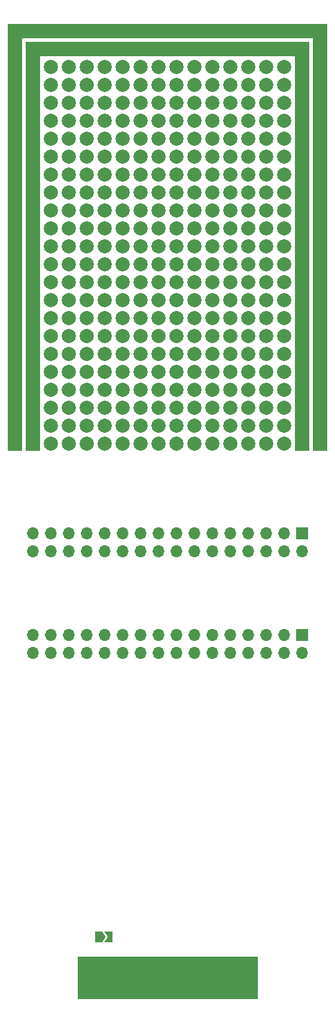
<source format=gbs>
%TF.GenerationSoftware,KiCad,Pcbnew,8.0.3-8.0.3-0~ubuntu24.04.1*%
%TF.CreationDate,2024-06-19T14:37:04-05:00*%
%TF.ProjectId,protopak64,70726f74-6f70-4616-9b36-342e6b696361,rev?*%
%TF.SameCoordinates,Original*%
%TF.FileFunction,Soldermask,Bot*%
%TF.FilePolarity,Negative*%
%FSLAX46Y46*%
G04 Gerber Fmt 4.6, Leading zero omitted, Abs format (unit mm)*
G04 Created by KiCad (PCBNEW 8.0.3-8.0.3-0~ubuntu24.04.1) date 2024-06-19 14:37:04*
%MOMM*%
%LPD*%
G01*
G04 APERTURE LIST*
G04 Aperture macros list*
%AMFreePoly0*
4,1,6,1.000000,0.000000,0.500000,-0.750000,-0.500000,-0.750000,-0.500000,0.750000,0.500000,0.750000,1.000000,0.000000,1.000000,0.000000,$1*%
%AMFreePoly1*
4,1,6,0.500000,-0.750000,-0.650000,-0.750000,-0.150000,0.000000,-0.650000,0.750000,0.500000,0.750000,0.500000,-0.750000,0.500000,-0.750000,$1*%
G04 Aperture macros list end*
%ADD10C,0.120000*%
%ADD11C,0.000000*%
%ADD12R,1.700000X1.700000*%
%ADD13O,1.700000X1.700000*%
%ADD14R,1.000000X5.400000*%
%ADD15R,2.000000X2.000000*%
%ADD16C,2.000000*%
%ADD17FreePoly0,0.000000*%
%ADD18FreePoly1,0.000000*%
G04 APERTURE END LIST*
D10*
X131064000Y-155219000D02*
X156464000Y-155219000D01*
X156464000Y-149319000D01*
X131064000Y-149319000D01*
X131064000Y-155219000D01*
G36*
X131064000Y-155219000D02*
G01*
X156464000Y-155219000D01*
X156464000Y-149319000D01*
X131064000Y-149319000D01*
X131064000Y-155219000D01*
G37*
D11*
G36*
X166354000Y-77708000D02*
G01*
X164354000Y-77708000D01*
X164354000Y-19288000D01*
X123174000Y-19288000D01*
X123174000Y-77708000D01*
X121174000Y-77708000D01*
X121174000Y-17288000D01*
X166354000Y-17288000D01*
X166354000Y-77708000D01*
G37*
G36*
X163814000Y-77708000D02*
G01*
X161814000Y-77708000D01*
X161814000Y-21828000D01*
X125714000Y-21828000D01*
X125714000Y-77708000D01*
X123714000Y-77708000D01*
X123714000Y-19828000D01*
X163814000Y-19828000D01*
X163814000Y-77708000D01*
G37*
D12*
X162814000Y-89408000D03*
D13*
X162814000Y-91948000D03*
X160274000Y-89408000D03*
X160274000Y-91948000D03*
X157734000Y-89408000D03*
X157734000Y-91948000D03*
X155194000Y-89408000D03*
X155194000Y-91948000D03*
X152654000Y-89408000D03*
X152654000Y-91948000D03*
X150114000Y-89408000D03*
X150114000Y-91948000D03*
X147574000Y-89408000D03*
X147574000Y-91948000D03*
X145034000Y-89408000D03*
X145034000Y-91948000D03*
X142494000Y-89408000D03*
X142494000Y-91948000D03*
X139954000Y-89408000D03*
X139954000Y-91948000D03*
X137414000Y-89408000D03*
X137414000Y-91948000D03*
X134874000Y-89408000D03*
X134874000Y-91948000D03*
X132334000Y-89408000D03*
X132334000Y-91948000D03*
X129794000Y-89408000D03*
X129794000Y-91948000D03*
X127254000Y-89408000D03*
X127254000Y-91948000D03*
X124714000Y-89408000D03*
X124714000Y-91948000D03*
D12*
X162814000Y-103754000D03*
D13*
X162814000Y-106294000D03*
X160274000Y-103754000D03*
X160274000Y-106294000D03*
X157734000Y-103754000D03*
X157734000Y-106294000D03*
X155194000Y-103754000D03*
X155194000Y-106294000D03*
X152654000Y-103754000D03*
X152654000Y-106294000D03*
X150114000Y-103754000D03*
X150114000Y-106294000D03*
X147574000Y-103754000D03*
X147574000Y-106294000D03*
X145034000Y-103754000D03*
X145034000Y-106294000D03*
X142494000Y-103754000D03*
X142494000Y-106294000D03*
X139954000Y-103754000D03*
X139954000Y-106294000D03*
X137414000Y-103754000D03*
X137414000Y-106294000D03*
X134874000Y-103754000D03*
X134874000Y-106294000D03*
X132334000Y-103754000D03*
X132334000Y-106294000D03*
X129794000Y-103754000D03*
X129794000Y-106294000D03*
X127254000Y-103754000D03*
X127254000Y-106294000D03*
X124714000Y-103754000D03*
X124714000Y-106294000D03*
D14*
X155014000Y-152019000D03*
X153514000Y-152019000D03*
X152014000Y-152019000D03*
X150514000Y-152019000D03*
X149014000Y-152019000D03*
X147514000Y-152019000D03*
X146014000Y-152019000D03*
X144514000Y-152019000D03*
X143014000Y-152019000D03*
X141514000Y-152019000D03*
X140014000Y-152019000D03*
X138514000Y-152019000D03*
X137014000Y-152019000D03*
X135514000Y-152019000D03*
X134014000Y-152019000D03*
X132514000Y-152019000D03*
D15*
X122174000Y-18288000D03*
X124714000Y-18288000D03*
X127254000Y-18288000D03*
X129794000Y-18288000D03*
X132334000Y-18288000D03*
X134874000Y-18288000D03*
X137414000Y-18288000D03*
X139954000Y-18288000D03*
X142494000Y-18288000D03*
X145034000Y-18288000D03*
X147574000Y-18288000D03*
X150114000Y-18288000D03*
X152654000Y-18288000D03*
X155194000Y-18288000D03*
X157734000Y-18288000D03*
X160274000Y-18288000D03*
X162814000Y-18288000D03*
X165354000Y-18288000D03*
X122174000Y-20828000D03*
X124714000Y-20828000D03*
X127254000Y-20828000D03*
X129794000Y-20828000D03*
X132334000Y-20828000D03*
X134874000Y-20828000D03*
X137414000Y-20828000D03*
X139954000Y-20828000D03*
X142494000Y-20828000D03*
X145034000Y-20828000D03*
X147574000Y-20828000D03*
X150114000Y-20828000D03*
X152654000Y-20828000D03*
X155194000Y-20828000D03*
X157734000Y-20828000D03*
X160274000Y-20828000D03*
X162814000Y-20828000D03*
X165354000Y-20828000D03*
X122174000Y-23368000D03*
X124714000Y-23368000D03*
D16*
X127254000Y-23368000D03*
X129794000Y-23368000D03*
X132334000Y-23368000D03*
X134874000Y-23368000D03*
X137414000Y-23368000D03*
X139954000Y-23368000D03*
X142494000Y-23368000D03*
X145034000Y-23368000D03*
X147574000Y-23368000D03*
X150114000Y-23368000D03*
X152654000Y-23368000D03*
X155194000Y-23368000D03*
X157734000Y-23368000D03*
X160274000Y-23368000D03*
D15*
X162814000Y-23368000D03*
X165354000Y-23368000D03*
X122174000Y-25908000D03*
X124714000Y-25908000D03*
D16*
X127254000Y-25908000D03*
X129794000Y-25908000D03*
X132334000Y-25908000D03*
X134874000Y-25908000D03*
X137414000Y-25908000D03*
X139954000Y-25908000D03*
X142494000Y-25908000D03*
X145034000Y-25908000D03*
X147574000Y-25908000D03*
X150114000Y-25908000D03*
X152654000Y-25908000D03*
X155194000Y-25908000D03*
X157734000Y-25908000D03*
X160274000Y-25908000D03*
D15*
X162814000Y-25908000D03*
X165354000Y-25908000D03*
X122174000Y-28448000D03*
X124714000Y-28448000D03*
D16*
X127254000Y-28448000D03*
X129794000Y-28448000D03*
X132334000Y-28448000D03*
X134874000Y-28448000D03*
X137414000Y-28448000D03*
X139954000Y-28448000D03*
X142494000Y-28448000D03*
X145034000Y-28448000D03*
X147574000Y-28448000D03*
X150114000Y-28448000D03*
X152654000Y-28448000D03*
X155194000Y-28448000D03*
X157734000Y-28448000D03*
X160274000Y-28448000D03*
D15*
X162814000Y-28448000D03*
X165354000Y-28448000D03*
X122174000Y-30988000D03*
X124714000Y-30988000D03*
D16*
X127254000Y-30988000D03*
X129794000Y-30988000D03*
X132334000Y-30988000D03*
X134874000Y-30988000D03*
X137414000Y-30988000D03*
X139954000Y-30988000D03*
X142494000Y-30988000D03*
X145034000Y-30988000D03*
X147574000Y-30988000D03*
X150114000Y-30988000D03*
X152654000Y-30988000D03*
X155194000Y-30988000D03*
X157734000Y-30988000D03*
X160274000Y-30988000D03*
D15*
X162814000Y-30988000D03*
X165354000Y-30988000D03*
X122174000Y-33528000D03*
X124714000Y-33528000D03*
D16*
X127254000Y-33528000D03*
X129794000Y-33528000D03*
X132334000Y-33528000D03*
X134874000Y-33528000D03*
X137414000Y-33528000D03*
X139954000Y-33528000D03*
X142494000Y-33528000D03*
X145034000Y-33528000D03*
X147574000Y-33528000D03*
X150114000Y-33528000D03*
X152654000Y-33528000D03*
X155194000Y-33528000D03*
X157734000Y-33528000D03*
X160274000Y-33528000D03*
D15*
X162814000Y-33528000D03*
X165354000Y-33528000D03*
X122174000Y-36068000D03*
X124714000Y-36068000D03*
D16*
X127254000Y-36068000D03*
X129794000Y-36068000D03*
X132334000Y-36068000D03*
X134874000Y-36068000D03*
X137414000Y-36068000D03*
X139954000Y-36068000D03*
X142494000Y-36068000D03*
X145034000Y-36068000D03*
X147574000Y-36068000D03*
X150114000Y-36068000D03*
X152654000Y-36068000D03*
X155194000Y-36068000D03*
X157734000Y-36068000D03*
X160274000Y-36068000D03*
D15*
X162814000Y-36068000D03*
X165354000Y-36068000D03*
X122174000Y-38608000D03*
X124714000Y-38608000D03*
D16*
X127254000Y-38608000D03*
X129794000Y-38608000D03*
X132334000Y-38608000D03*
X134874000Y-38608000D03*
X137414000Y-38608000D03*
X139954000Y-38608000D03*
X142494000Y-38608000D03*
X145034000Y-38608000D03*
X147574000Y-38608000D03*
X150114000Y-38608000D03*
X152654000Y-38608000D03*
X155194000Y-38608000D03*
X157734000Y-38608000D03*
X160274000Y-38608000D03*
D15*
X162814000Y-38608000D03*
X165354000Y-38608000D03*
X122174000Y-41148000D03*
X124714000Y-41148000D03*
D16*
X127254000Y-41148000D03*
X129794000Y-41148000D03*
X132334000Y-41148000D03*
X134874000Y-41148000D03*
X137414000Y-41148000D03*
X139954000Y-41148000D03*
X142494000Y-41148000D03*
X145034000Y-41148000D03*
X147574000Y-41148000D03*
X150114000Y-41148000D03*
X152654000Y-41148000D03*
X155194000Y-41148000D03*
X157734000Y-41148000D03*
X160274000Y-41148000D03*
D15*
X162814000Y-41148000D03*
X165354000Y-41148000D03*
X122174000Y-43688000D03*
X124714000Y-43688000D03*
D16*
X127254000Y-43688000D03*
X129794000Y-43688000D03*
X132334000Y-43688000D03*
X134874000Y-43688000D03*
X137414000Y-43688000D03*
X139954000Y-43688000D03*
X142494000Y-43688000D03*
X145034000Y-43688000D03*
X147574000Y-43688000D03*
X150114000Y-43688000D03*
X152654000Y-43688000D03*
X155194000Y-43688000D03*
X157734000Y-43688000D03*
X160274000Y-43688000D03*
D15*
X162814000Y-43688000D03*
X165354000Y-43688000D03*
X122174000Y-46228000D03*
X124714000Y-46228000D03*
D16*
X127254000Y-46228000D03*
X129794000Y-46228000D03*
X132334000Y-46228000D03*
X134874000Y-46228000D03*
X137414000Y-46228000D03*
X139954000Y-46228000D03*
X142494000Y-46228000D03*
X145034000Y-46228000D03*
X147574000Y-46228000D03*
X150114000Y-46228000D03*
X152654000Y-46228000D03*
X155194000Y-46228000D03*
X157734000Y-46228000D03*
X160274000Y-46228000D03*
D15*
X162814000Y-46228000D03*
X165354000Y-46228000D03*
X122174000Y-48768000D03*
X124714000Y-48768000D03*
D16*
X127254000Y-48768000D03*
X129794000Y-48768000D03*
X132334000Y-48768000D03*
X134874000Y-48768000D03*
X137414000Y-48768000D03*
X139954000Y-48768000D03*
X142494000Y-48768000D03*
X145034000Y-48768000D03*
X147574000Y-48768000D03*
X150114000Y-48768000D03*
X152654000Y-48768000D03*
X155194000Y-48768000D03*
X157734000Y-48768000D03*
X160274000Y-48768000D03*
D15*
X162814000Y-48768000D03*
X165354000Y-48768000D03*
X122174000Y-51308000D03*
X124714000Y-51308000D03*
D16*
X127254000Y-51308000D03*
X129794000Y-51308000D03*
X132334000Y-51308000D03*
X134874000Y-51308000D03*
X137414000Y-51308000D03*
X139954000Y-51308000D03*
X142494000Y-51308000D03*
X145034000Y-51308000D03*
X147574000Y-51308000D03*
X150114000Y-51308000D03*
X152654000Y-51308000D03*
X155194000Y-51308000D03*
X157734000Y-51308000D03*
X160274000Y-51308000D03*
D15*
X162814000Y-51308000D03*
X165354000Y-51308000D03*
X122174000Y-53848000D03*
X124714000Y-53848000D03*
D16*
X127254000Y-53848000D03*
X129794000Y-53848000D03*
X132334000Y-53848000D03*
X134874000Y-53848000D03*
X137414000Y-53848000D03*
X139954000Y-53848000D03*
X142494000Y-53848000D03*
X145034000Y-53848000D03*
X147574000Y-53848000D03*
X150114000Y-53848000D03*
X152654000Y-53848000D03*
X155194000Y-53848000D03*
X157734000Y-53848000D03*
X160274000Y-53848000D03*
D15*
X162814000Y-53848000D03*
X165354000Y-53848000D03*
X122174000Y-56388000D03*
X124714000Y-56388000D03*
D16*
X127254000Y-56388000D03*
X129794000Y-56388000D03*
X132334000Y-56388000D03*
X134874000Y-56388000D03*
X137414000Y-56388000D03*
X139954000Y-56388000D03*
X142494000Y-56388000D03*
X145034000Y-56388000D03*
X147574000Y-56388000D03*
X150114000Y-56388000D03*
X152654000Y-56388000D03*
X155194000Y-56388000D03*
X157734000Y-56388000D03*
X160274000Y-56388000D03*
D15*
X162814000Y-56388000D03*
X165354000Y-56388000D03*
X122174000Y-58928000D03*
X124714000Y-58928000D03*
D16*
X127254000Y-58928000D03*
X129794000Y-58928000D03*
X132334000Y-58928000D03*
X134874000Y-58928000D03*
X137414000Y-58928000D03*
X139954000Y-58928000D03*
X142494000Y-58928000D03*
X145034000Y-58928000D03*
X147574000Y-58928000D03*
X150114000Y-58928000D03*
X152654000Y-58928000D03*
X155194000Y-58928000D03*
X157734000Y-58928000D03*
X160274000Y-58928000D03*
D15*
X162814000Y-58928000D03*
X165354000Y-58928000D03*
X122174000Y-61468000D03*
X124714000Y-61468000D03*
D16*
X127254000Y-61468000D03*
X129794000Y-61468000D03*
X132334000Y-61468000D03*
X134874000Y-61468000D03*
X137414000Y-61468000D03*
X139954000Y-61468000D03*
X142494000Y-61468000D03*
X145034000Y-61468000D03*
X147574000Y-61468000D03*
X150114000Y-61468000D03*
X152654000Y-61468000D03*
X155194000Y-61468000D03*
X157734000Y-61468000D03*
X160274000Y-61468000D03*
D15*
X162814000Y-61468000D03*
X165354000Y-61468000D03*
X122174000Y-64008000D03*
X124714000Y-64008000D03*
D16*
X127254000Y-64008000D03*
X129794000Y-64008000D03*
X132334000Y-64008000D03*
X134874000Y-64008000D03*
X137414000Y-64008000D03*
X139954000Y-64008000D03*
X142494000Y-64008000D03*
X145034000Y-64008000D03*
X147574000Y-64008000D03*
X150114000Y-64008000D03*
X152654000Y-64008000D03*
X155194000Y-64008000D03*
X157734000Y-64008000D03*
X160274000Y-64008000D03*
D15*
X162814000Y-64008000D03*
X165354000Y-64008000D03*
X122174000Y-66548000D03*
X124714000Y-66548000D03*
D16*
X127254000Y-66548000D03*
X129794000Y-66548000D03*
X132334000Y-66548000D03*
X134874000Y-66548000D03*
X137414000Y-66548000D03*
X139954000Y-66548000D03*
X142494000Y-66548000D03*
X145034000Y-66548000D03*
X147574000Y-66548000D03*
X150114000Y-66548000D03*
X152654000Y-66548000D03*
X155194000Y-66548000D03*
X157734000Y-66548000D03*
X160274000Y-66548000D03*
D15*
X162814000Y-66548000D03*
X165354000Y-66548000D03*
X122174000Y-69088000D03*
X124714000Y-69088000D03*
D16*
X127254000Y-69088000D03*
X129794000Y-69088000D03*
X132334000Y-69088000D03*
X134874000Y-69088000D03*
X137414000Y-69088000D03*
X139954000Y-69088000D03*
X142494000Y-69088000D03*
X145034000Y-69088000D03*
X147574000Y-69088000D03*
X150114000Y-69088000D03*
X152654000Y-69088000D03*
X155194000Y-69088000D03*
X157734000Y-69088000D03*
X160274000Y-69088000D03*
D15*
X162814000Y-69088000D03*
X165354000Y-69088000D03*
X122174000Y-71628000D03*
X124714000Y-71628000D03*
D16*
X127254000Y-71628000D03*
X129794000Y-71628000D03*
X132334000Y-71628000D03*
X134874000Y-71628000D03*
X137414000Y-71628000D03*
X139954000Y-71628000D03*
X142494000Y-71628000D03*
X145034000Y-71628000D03*
X147574000Y-71628000D03*
X150114000Y-71628000D03*
X152654000Y-71628000D03*
X155194000Y-71628000D03*
X157734000Y-71628000D03*
X160274000Y-71628000D03*
D15*
X162814000Y-71628000D03*
X165354000Y-71628000D03*
X122174000Y-74168000D03*
X124714000Y-74168000D03*
D16*
X127254000Y-74168000D03*
X129794000Y-74168000D03*
X132334000Y-74168000D03*
X134874000Y-74168000D03*
X137414000Y-74168000D03*
X139954000Y-74168000D03*
X142494000Y-74168000D03*
X145034000Y-74168000D03*
X147574000Y-74168000D03*
X150114000Y-74168000D03*
X152654000Y-74168000D03*
X155194000Y-74168000D03*
X157734000Y-74168000D03*
X160274000Y-74168000D03*
D15*
X162814000Y-74168000D03*
X165354000Y-74168000D03*
X122174000Y-76708000D03*
X124714000Y-76708000D03*
D16*
X127254000Y-76708000D03*
X129794000Y-76708000D03*
X132334000Y-76708000D03*
X134874000Y-76708000D03*
X137414000Y-76708000D03*
X139954000Y-76708000D03*
X142494000Y-76708000D03*
X145034000Y-76708000D03*
X147574000Y-76708000D03*
X150114000Y-76708000D03*
X152654000Y-76708000D03*
X155194000Y-76708000D03*
X157734000Y-76708000D03*
X160274000Y-76708000D03*
D15*
X162814000Y-76708000D03*
X165354000Y-76708000D03*
D17*
X134022000Y-146558000D03*
D18*
X135472000Y-146558000D03*
M02*

</source>
